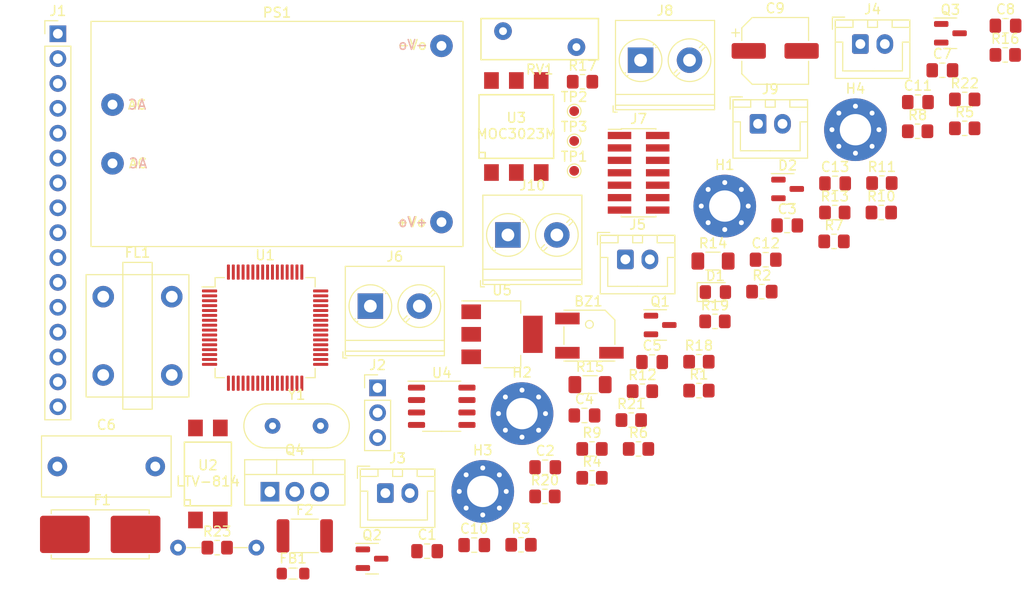
<source format=kicad_pcb>
(kicad_pcb (version 20211014) (generator pcbnew)

  (general
    (thickness 1.6)
  )

  (paper "A4")
  (layers
    (0 "F.Cu" signal)
    (31 "B.Cu" signal)
    (32 "B.Adhes" user "B.Adhesive")
    (33 "F.Adhes" user "F.Adhesive")
    (34 "B.Paste" user)
    (35 "F.Paste" user)
    (36 "B.SilkS" user "B.Silkscreen")
    (37 "F.SilkS" user "F.Silkscreen")
    (38 "B.Mask" user)
    (39 "F.Mask" user)
    (40 "Dwgs.User" user "User.Drawings")
    (41 "Cmts.User" user "User.Comments")
    (42 "Eco1.User" user "User.Eco1")
    (43 "Eco2.User" user "User.Eco2")
    (44 "Edge.Cuts" user)
    (45 "Margin" user)
    (46 "B.CrtYd" user "B.Courtyard")
    (47 "F.CrtYd" user "F.Courtyard")
    (48 "B.Fab" user)
    (49 "F.Fab" user)
    (50 "User.1" user)
    (51 "User.2" user)
    (52 "User.3" user)
    (53 "User.4" user)
    (54 "User.5" user)
    (55 "User.6" user)
    (56 "User.7" user)
    (57 "User.8" user)
    (58 "User.9" user)
  )

  (setup
    (pad_to_mask_clearance 0)
    (pcbplotparams
      (layerselection 0x00010fc_ffffffff)
      (disableapertmacros false)
      (usegerberextensions false)
      (usegerberattributes true)
      (usegerberadvancedattributes true)
      (creategerberjobfile true)
      (svguseinch false)
      (svgprecision 6)
      (excludeedgelayer true)
      (plotframeref false)
      (viasonmask false)
      (mode 1)
      (useauxorigin false)
      (hpglpennumber 1)
      (hpglpenspeed 20)
      (hpglpendiameter 15.000000)
      (dxfpolygonmode true)
      (dxfimperialunits true)
      (dxfusepcbnewfont true)
      (psnegative false)
      (psa4output false)
      (plotreference true)
      (plotvalue true)
      (plotinvisibletext false)
      (sketchpadsonfab false)
      (subtractmaskfromsilk false)
      (outputformat 1)
      (mirror false)
      (drillshape 1)
      (scaleselection 1)
      (outputdirectory "")
    )
  )

  (net 0 "")
  (net 1 "+3V3")
  (net 2 "Net-(BZ1-Pad2)")
  (net 3 "Net-(C1-Pad1)")
  (net 4 "GND")
  (net 5 "Net-(C2-Pad1)")
  (net 6 "VDDA")
  (net 7 "Net-(C6-Pad1)")
  (net 8 "Net-(C6-Pad2)")
  (net 9 "NRST")
  (net 10 "Net-(C8-Pad1)")
  (net 11 "GNDA")
  (net 12 "+12V")
  (net 13 "Net-(D1-Pad2)")
  (net 14 "THERM")
  (net 15 "Net-(F1-Pad1)")
  (net 16 "Net-(F2-Pad1)")
  (net 17 "Net-(FL1-Pad2)")
  (net 18 "Net-(FL1-Pad4)")
  (net 19 "LCD_CS")
  (net 20 "LCD_RS")
  (net 21 "LCD_WR")
  (net 22 "LCD_RD")
  (net 23 "LCD_RST")
  (net 24 "LCD_LED")
  (net 25 "Net-(J1-Pad9)")
  (net 26 "Net-(J1-Pad10)")
  (net 27 "Net-(J1-Pad11)")
  (net 28 "Net-(J1-Pad12)")
  (net 29 "Net-(J1-Pad13)")
  (net 30 "Net-(J1-Pad14)")
  (net 31 "Net-(J1-Pad15)")
  (net 32 "Net-(J1-Pad16)")
  (net 33 "LCD_SCK")
  (net 34 "LCD_MOSI")
  (net 35 "LCD_MISO")
  (net 36 "STOP")
  (net 37 "Net-(J4-Pad2)")
  (net 38 "unconnected-(J7-Pad1)")
  (net 39 "unconnected-(J7-Pad2)")
  (net 40 "Net-(J7-Pad4)")
  (net 41 "Net-(J7-Pad6)")
  (net 42 "unconnected-(J7-Pad8)")
  (net 43 "unconnected-(J7-Pad9)")
  (net 44 "unconnected-(J7-Pad10)")
  (net 45 "Net-(J7-Pad11)")
  (net 46 "Net-(J7-Pad12)")
  (net 47 "unconnected-(J7-Pad13)")
  (net 48 "unconnected-(J7-Pad14)")
  (net 49 "Net-(J8-Pad2)")
  (net 50 "Net-(J10-Pad1)")
  (net 51 "Net-(Q1-Pad1)")
  (net 52 "Net-(Q2-Pad1)")
  (net 53 "Net-(Q3-Pad1)")
  (net 54 "Net-(Q4-Pad3)")
  (net 55 "LCD_LED_CTRL")
  (net 56 "LED_STATUS")
  (net 57 "FAN_PWM")
  (net 58 "Net-(R7-Pad1)")
  (net 59 "BUZZER")
  (net 60 "SWDIO")
  (net 61 "SWCLK")
  (net 62 "Net-(R14-Pad1)")
  (net 63 "Net-(R15-Pad1)")
  (net 64 "Net-(R16-Pad1)")
  (net 65 "GATE_CONTROL")
  (net 66 "Net-(R19-Pad1)")
  (net 67 "Net-(R19-Pad2)")
  (net 68 "ZERO_CROSS")
  (net 69 "/UART_TX")
  (net 70 "/UART_RX")
  (net 71 "unconnected-(U1-Pad1)")
  (net 72 "unconnected-(U1-Pad3)")
  (net 73 "unconnected-(U1-Pad4)")
  (net 74 "unconnected-(U1-Pad5)")
  (net 75 "unconnected-(U1-Pad13)")
  (net 76 "unconnected-(U1-Pad29)")
  (net 77 "unconnected-(U1-Pad31)")
  (net 78 "unconnected-(U1-Pad32)")
  (net 79 "MAX_SCK")
  (net 80 "MAX_MISO")
  (net 81 "MAX_CS")
  (net 82 "unconnected-(U1-Pad38)")
  (net 83 "unconnected-(U1-Pad39)")
  (net 84 "unconnected-(U1-Pad40)")
  (net 85 "unconnected-(U1-Pad41)")
  (net 86 "unconnected-(U1-Pad42)")
  (net 87 "unconnected-(U1-Pad43)")
  (net 88 "unconnected-(U1-Pad44)")
  (net 89 "unconnected-(U1-Pad47)")
  (net 90 "unconnected-(U1-Pad48)")
  (net 91 "unconnected-(U1-Pad49)")
  (net 92 "unconnected-(U1-Pad50)")
  (net 93 "unconnected-(U1-Pad51)")
  (net 94 "unconnected-(U1-Pad52)")
  (net 95 "unconnected-(U1-Pad53)")
  (net 96 "unconnected-(U1-Pad58)")
  (net 97 "unconnected-(U1-Pad59)")
  (net 98 "unconnected-(U1-Pad62)")
  (net 99 "unconnected-(U1-Pad64)")
  (net 100 "unconnected-(U3-Pad5)")
  (net 101 "unconnected-(U3-Pad3)")

  (footprint "TerminalBlock_Phoenix:TerminalBlock_Phoenix_PT-1,5-2-5.0-H_1x02_P5.00mm_Horizontal" (layer "F.Cu") (at 71.685 46.23))

  (footprint "Resistor_SMD:R_0805_2012Metric_Pad1.20x1.40mm_HandSolder" (layer "F.Cu") (at 118.345 35.34))

  (footprint "Resistor_SMD:R_0805_2012Metric_Pad1.20x1.40mm_HandSolder" (layer "F.Cu") (at 85.425 62.19))

  (footprint "Fuse:Fuse_1812_4532Metric_Pad1.30x3.40mm_HandSolder" (layer "F.Cu") (at 50.935 76.97))

  (footprint "Resistor_SMD:R_0805_2012Metric_Pad1.20x1.40mm_HandSolder" (layer "F.Cu") (at 91.195 59.18))

  (footprint "my_additions:OPTO-SMD4" (layer "F.Cu") (at 41.04 70.645))

  (footprint "Capacitor_SMD:C_0805_2012Metric_Pad1.18x1.45mm_HandSolder" (layer "F.Cu") (at 122.515 24.86))

  (footprint "Capacitor_SMD:C_0805_2012Metric_Pad1.18x1.45mm_HandSolder" (layer "F.Cu") (at 116.065 29.41))

  (footprint "Resistor_SMD:R_0805_2012Metric_Pad1.20x1.40mm_HandSolder" (layer "F.Cu") (at 118.345 32.39))

  (footprint "Resistor_SMD:R_0805_2012Metric_Pad1.20x1.40mm_HandSolder" (layer "F.Cu") (at 109.825 43.94))

  (footprint "Resistor_SMD:R_0805_2012Metric_Pad1.20x1.40mm_HandSolder" (layer "F.Cu") (at 92.835 55.06))

  (footprint "Connector_PinHeader_2.54mm:PinHeader_1x16_P2.54mm_Vertical" (layer "F.Cu") (at 25.715 25.68))

  (footprint "Resistor_SMD:R_0805_2012Metric_Pad1.20x1.40mm_HandSolder" (layer "F.Cu") (at 104.995 46.89))

  (footprint "Connector_JST:JST_XH_B2B-XH-A_1x02_P2.50mm_Vertical" (layer "F.Cu") (at 59.165 72.6))

  (footprint "my_additions:OSC-TH_L10.0-W4.5-P5.00" (layer "F.Cu") (at 50.098 65.733))

  (footprint "Resistor_SMD:R_0805_2012Metric_Pad1.20x1.40mm_HandSolder" (layer "F.Cu") (at 85.025 68.09))

  (footprint "Package_TO_SOT_SMD:SOT-23" (layer "F.Cu") (at 116.885 25.63))

  (footprint "Resistor_SMD:R_0805_2012Metric_Pad1.20x1.40mm_HandSolder" (layer "F.Cu") (at 105.075 43.94))

  (footprint "Resistor_SMD:R_0805_2012Metric_Pad1.20x1.40mm_HandSolder" (layer "F.Cu") (at 97.625 52.02))

  (footprint "MountingHole:MountingHole_3.2mm_M3_Pad_Via" (layer "F.Cu") (at 93.835 43.28))

  (footprint "Package_SO:SO-8_3.9x4.9mm_P1.27mm" (layer "F.Cu") (at 64.925 63.73))

  (footprint "Capacitor_SMD:C_0805_2012Metric_Pad1.18x1.45mm_HandSolder" (layer "F.Cu") (at 86.415 59.21))

  (footprint "Capacitor_SMD:C_0805_2012Metric_Pad1.18x1.45mm_HandSolder" (layer "F.Cu") (at 68.245 77.91))

  (footprint "Capacitor_SMD:C_0805_2012Metric_Pad1.18x1.45mm_HandSolder" (layer "F.Cu") (at 100.215 45.26))

  (footprint "Connector_PinHeader_1.27mm:PinHeader_2x07_P1.27mm_Vertical_SMD" (layer "F.Cu") (at 85.035 39.88))

  (footprint "my_additions:Converter_ACDC_HiLink_HLK-5Mxx" (layer "F.Cu") (at 48.1 35.915))

  (footprint "Resistor_SMD:R_0805_2012Metric_Pad1.20x1.40mm_HandSolder" (layer "F.Cu") (at 122.485 27.84))

  (footprint "Resistor_SMD:R_0805_2012Metric_Pad1.20x1.40mm_HandSolder" (layer "F.Cu") (at 113.535 35.64))

  (footprint "Connector_PinHeader_2.54mm:PinHeader_1x03_P2.54mm_Vertical" (layer "F.Cu") (at 58.375 61.85))

  (footprint "Capacitor_SMD:C_0805_2012Metric_Pad1.18x1.45mm_HandSolder" (layer "F.Cu") (at 79.505 64.67))

  (footprint "my_additions:L_CommonMode_7x8mm" (layer "F.Cu") (at 33.85 56.535))

  (footprint "Resistor_SMD:R_1206_3216Metric_Pad1.30x1.75mm_HandSolder" (layer "F.Cu") (at 92.635 48.9))

  (footprint "Package_TO_SOT_SMD:SOT-23" (layer "F.Cu") (at 87.235 55.43))

  (footprint "TestPoint:TestPoint_Pad_D1.0mm" (layer "F.Cu") (at 78.455 33.58))

  (footprint "Capacitor_SMD:C_0805_2012Metric_Pad1.18x1.45mm_HandSolder" (layer "F.Cu") (at 105.105 40.96))

  (footprint "Resistor_SMD:R_0805_2012Metric_Pad1.20x1.40mm_HandSolder" (layer "F.Cu") (at 80.275 71.04))

  (footprint "Resistor_SMD:R_0805_2012Metric_Pad1.20x1.40mm_HandSolder" (layer "F.Cu") (at 75.465 72.94))

  (footprint "MountingHole:MountingHole_3.2mm_M3_Pad_Via" (layer "F.Cu") (at 69.115 72.43))

  (footprint "Inductor_SMD:L_0805_2012Metric_Pad1.05x1.20mm_HandSolder" (layer "F.Cu") (at 49.735 80.82))

  (footprint "Connector_JST:JST_XH_B2B-XH-A_1x02_P2.50mm_Vertical" (layer "F.Cu") (at 97.235 34.88))

  (footprint "TerminalBlock_Phoenix:TerminalBlock_Phoenix_PT-1,5-2-5.0-H_1x02_P5.00mm_Horizontal" (layer "F.Cu") (at 85.235 28.38))

  (footprint "Capacitor_SMD:C_0805_2012Metric_Pad1.18x1.45mm_HandSolder" (layer "F.Cu") (at 75.495 69.96))

  (footprint "LED_SMD:LED_0805_2012Metric_Pad1.15x1.40mm_HandSolder" (layer "F.Cu") (at 92.88 52.065))

  (footprint "TestPoint:TestPoint_Pad_D1.0mm" (layer "F.Cu") (at 78.455 39.68))

  (footprint "Resistor_SMD:R_1206_3216Metric_Pad1.30x1.75mm_HandSolder" (layer "F.Cu") (at 80.075 61.52))

  (footprint "Resistor_SMD:R_0805_2012Metric_Pad1.20x1.40mm_HandSolder" (layer "F.Cu") (at 109.885 40.93))

  (footprint "Package_TO_SOT_SMD:SOT-23" (layer "F.Cu") (at 57.805 79.3))

  (footprint "Package_TO_SOT_SMD:SOT-23" (layer "F.Cu") (at 100.255 41.53))

  (footprint "Resistor_SMD:R_0805_2012Metric_Pad1.20x1.40mm_HandSolder" (layer "F.Cu") (at 79.305 30.58))

  (footprint "Package_QFP:LQFP-64_10x10mm_P0.5mm" (layer "F.Cu") (at 46.885 55.7))

  (footprint "Resistor_SMD:R_0805_2012Metric_Pad1.20x1.40mm_HandSolder" (layer "F.Cu") (at 73.025 77.88))

  (footprint "Capacitor_SMD:CP_Elec_6.3x7.7" (layer "F.Cu")
    (tedit 5BCA39D0) (tstamp c69b7467-ec09-4c5f-8af5-5f1638f93d45)
    (at 98.985 27.43)
    (descr "SMD capacitor, aluminum electrolytic, Nichicon, 6.3x7.7mm")
    (tags "capacitor electrolytic")
   
... [73762 chars truncated]
</source>
